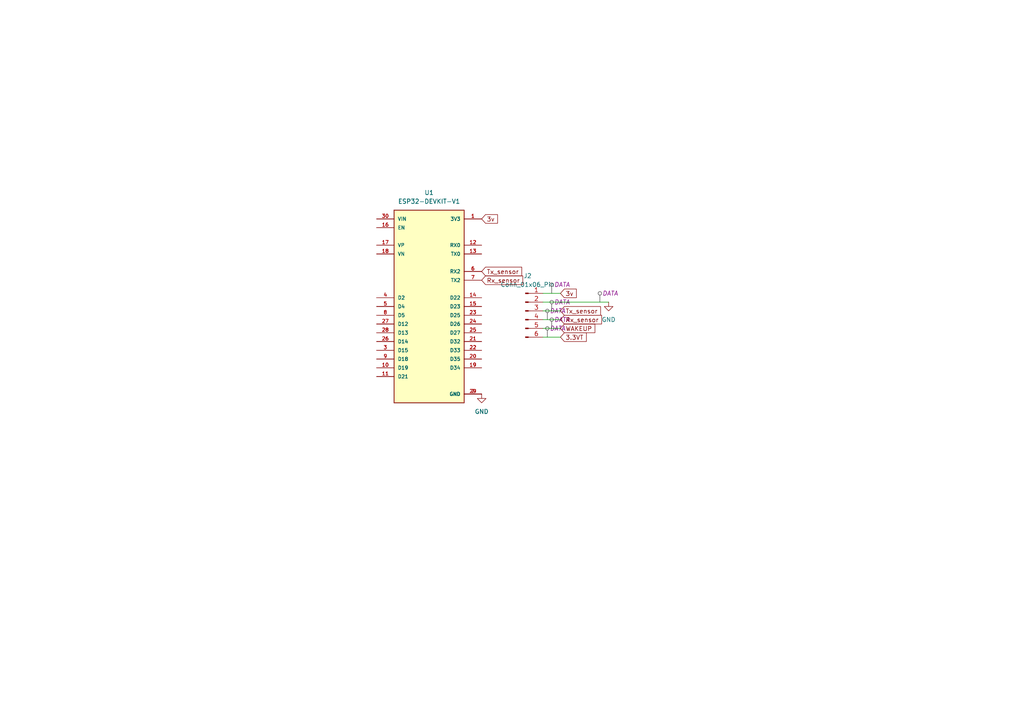
<source format=kicad_sch>
(kicad_sch (version 20231120) (generator "eeschema") (generator_version "8.0")
  (paper "A4")
  (lib_symbols
    (symbol "Connector:Conn_01x06_Pin" (pin_names (offset 1.016) hide)
      (property "Reference" "J" (at 0 7.62 0))
      (property "Value" "Conn_01x06_Pin" (at 0 -10.16 0))
      (symbol "Conn_01x06_Pin_1_1"
        (polyline (pts (xy 1.27 -7.62) (xy 0.8636 -7.62)) (stroke (width 0.1524)))
        (polyline (pts (xy 1.27 -5.08) (xy 0.8636 -5.08)) (stroke (width 0.1524)))
        (polyline (pts (xy 1.27 -2.54) (xy 0.8636 -2.54)) (stroke (width 0.1524)))
        (polyline (pts (xy 1.27 0) (xy 0.8636 0)) (stroke (width 0.1524)))
        (polyline (pts (xy 1.27 2.54) (xy 0.8636 2.54)) (stroke (width 0.1524)))
        (polyline (pts (xy 1.27 5.08) (xy 0.8636 5.08)) (stroke (width 0.1524)))
        (rectangle (start 0.8636 -7.493) (end 0 -7.747) (stroke (width 0.1524)) (fill (type outline)))
        (rectangle (start 0.8636 -4.953) (end 0 -5.207) (stroke (width 0.1524)) (fill (type outline)))
        (rectangle (start 0.8636 -2.413) (end 0 -2.667) (stroke (width 0.1524)) (fill (type outline)))
        (rectangle (start 0.8636 0.127) (end 0 -0.127) (stroke (width 0.1524)) (fill (type outline)))
        (rectangle (start 0.8636 2.667) (end 0 2.413) (stroke (width 0.1524)) (fill (type outline)))
        (rectangle (start 0.8636 5.207) (end 0 4.953) (stroke (width 0.1524)) (fill (type outline)))
        (pin passive line (at 5.08 5.08 180) (length 3.81) (name "Pin_1") (number "1"))
        (pin passive line (at 5.08 2.54 180) (length 3.81) (name "Pin_2") (number "2"))
        (pin passive line (at 5.08 0 180) (length 3.81) (name "Pin_3") (number "3"))
        (pin passive line (at 5.08 -2.54 180) (length 3.81) (name "Pin_4") (number "4"))
        (pin passive line (at 5.08 -5.08 180) (length 3.81) (name "Pin_5") (number "5"))
        (pin passive line (at 5.08 -7.62 180) (length 3.81) (name "Pin_6") (number "6"))
      )
    )
    (symbol "ESP32-DEVKIT-V1:ESP32-DEVKIT-V1" (pin_names (offset 1.016))
      (property "Reference" "U" (at -10.16 30.48 0))
      (property "Value" "ESP32-DEVKIT-V1" (at -10.16 -30.48 0))
      (symbol "ESP32-DEVKIT-V1_0_0"
        (rectangle (start -10.16 -27.94) (end 10.16 27.94) (stroke (width 0.254)) (fill (type background)))
        (pin output line (at 15.24 25.4 180) (length 5.08) (name "3V3") (number "1"))
        (pin bidirectional line (at -15.24 -17.78 0) (length 5.08) (name "D19") (number "10"))
        (pin bidirectional line (at -15.24 -20.32 0) (length 5.08) (name "D21") (number "11"))
        (pin input line (at 15.24 17.78 180) (length 5.08) (name "RX0") (number "12"))
        (pin output line (at 15.24 15.24 180) (length 5.08) (name "TX0") (number "13"))
        (pin bidirectional line (at 15.24 2.54 180) (length 5.08) (name "D22") (number "14"))
        (pin bidirectional line (at 15.24 0 180) (length 5.08) (name "D23") (number "15"))
        (pin input line (at -15.24 22.86 0) (length 5.08) (name "EN") (number "16"))
        (pin bidirectional line (at -15.24 17.78 0) (length 5.08) (name "VP") (number "17"))
        (pin bidirectional line (at -15.24 15.24 0) (length 5.08) (name "VN") (number "18"))
        (pin bidirectional line (at 15.24 -17.78 180) (length 5.08) (name "D34") (number "19"))
        (pin power_in line (at 15.24 -25.4 180) (length 5.08) (name "GND") (number "2"))
        (pin bidirectional line (at 15.24 -15.24 180) (length 5.08) (name "D35") (number "20"))
        (pin bidirectional line (at 15.24 -10.16 180) (length 5.08) (name "D32") (number "21"))
        (pin bidirectional line (at 15.24 -12.7 180) (length 5.08) (name "D33") (number "22"))
        (pin bidirectional line (at 15.24 -2.54 180) (length 5.08) (name "D25") (number "23"))
        (pin bidirectional line (at 15.24 -5.08 180) (length 5.08) (name "D26") (number "24"))
        (pin bidirectional line (at 15.24 -7.62 180) (length 5.08) (name "D27") (number "25"))
        (pin bidirectional line (at -15.24 -10.16 0) (length 5.08) (name "D14") (number "26"))
        (pin bidirectional line (at -15.24 -5.08 0) (length 5.08) (name "D12") (number "27"))
        (pin bidirectional line (at -15.24 -7.62 0) (length 5.08) (name "D13") (number "28"))
        (pin power_in line (at 15.24 -25.4 180) (length 5.08) (name "GND") (number "29"))
        (pin bidirectional line (at -15.24 -12.7 0) (length 5.08) (name "D15") (number "3"))
        (pin input line (at -15.24 25.4 0) (length 5.08) (name "VIN") (number "30"))
        (pin bidirectional line (at -15.24 2.54 0) (length 5.08) (name "D2") (number "4"))
        (pin bidirectional line (at -15.24 0 0) (length 5.08) (name "D4") (number "5"))
        (pin input line (at 15.24 10.16 180) (length 5.08) (name "RX2") (number "6"))
        (pin output line (at 15.24 7.62 180) (length 5.08) (name "TX2") (number "7"))
        (pin bidirectional line (at -15.24 -2.54 0) (length 5.08) (name "D5") (number "8"))
        (pin bidirectional line (at -15.24 -15.24 0) (length 5.08) (name "D18") (number "9"))
      )
    )
    (symbol "power:GND" (power) (pin_numbers hide) (pin_names (offset 0) hide)
      (property "Value" "GND" (at 0 -3.81 0))
      (symbol "GND_0_1"
        (polyline (pts (xy 0 0) (xy 0 -1.27) (xy 1.27 -1.27) (xy 0 -2.54) (xy -1.27 -1.27) (xy 0 -1.27)))
      )
      (symbol "GND_1_1"
        (pin power_in line (at 0 0 270) (length 0) (name "~") (number "1"))
      )
    )
  )
  (wire (pts (xy 157.48 95.25) (xy 162.56 95.25)))
  (wire (pts (xy 157.48 92.71) (xy 162.56 92.71)))
  (wire (pts (xy 157.48 97.79) (xy 162.56 97.79)))
  (wire (pts (xy 157.48 90.17) (xy 162.56 90.17)))
  (wire (pts (xy 162.56 85.09) (xy 157.48 85.09)))
  (wire (pts (xy 157.48 87.63) (xy 176.53 87.63)))
  (global_label "3v" (shape input) (at 139.7 63.5 0) (property "Intersheetrefs" "${INTERSHEET_REFS}" (effects (hide yes))))
  (global_label "3.3VT" (shape input) (at 162.56 97.79 0) (property "Intersheetrefs" "${INTERSHEET_REFS}" (effects (hide yes))))
  (global_label "Tx_sensor" (shape input) (at 162.56 90.17 0) (property "Intersheetrefs" "${INTERSHEET_REFS}" (effects (hide yes))))
  (global_label "Tx_sensor" (shape input) (at 139.7 78.74 0) (property "Intersheetrefs" "${INTERSHEET_REFS}" (effects (hide yes))))
  (global_label "3v" (shape input) (at 162.56 85.09 0) (property "Intersheetrefs" "${INTERSHEET_REFS}" (effects (hide yes))))
  (global_label "Rx_sensor" (shape input) (at 139.7 81.28 0) (property "Intersheetrefs" "${INTERSHEET_REFS}" (effects (hide yes))))
  (global_label "Rx_sensor" (shape input) (at 162.56 92.71 0) (property "Intersheetrefs" "${INTERSHEET_REFS}" (effects (hide yes))))
  (global_label "WAKEUP" (shape input) (at 162.56 95.25 0) (property "Intersheetrefs" "${INTERSHEET_REFS}" (effects (hide yes))))
  (netclass_flag "" (length 2.54) (shape round) (at 158.75 92.71 0) (property "Netclass" "DATA" (at 159.4485 90.17 0) (effects (font (italic yes)) (justify left))))
  (netclass_flag "" (length 2.54) (shape round) (at 160.02 90.17 0) (property "Netclass" "DATA" (at 160.7185 87.63 0) (effects (font (italic yes)) (justify left))))
  (netclass_flag "" (length 2.54) (shape round) (at 158.75 97.79 0) (property "Netclass" "DATA" (at 159.4485 95.25 0) (effects (font (italic yes)) (justify left))))
  (netclass_flag "" (length 2.54) (shape round) (at 173.99 87.63 0) (property "Netclass" "DATA" (at 174.6885 85.09 0) (effects (font (italic yes)) (justify left))))
  (netclass_flag "" (length 2.54) (shape round) (at 160.02 95.25 0) (property "Netclass" "DATA" (at 160.7185 92.71 0) (effects (font (italic yes)) (justify left))))
  (netclass_flag "" (length 2.54) (shape round) (at 160.02 85.09 0) (property "Netclass" "DATA" (at 160.7185 82.55 0) (effects (font (italic yes)) (justify left))))
  (symbol (lib_id "power:GND") (at 139.7 114.3 0) (unit 1)
    (property "Reference" "#PWR02" (effects (hide yes)))
    (property "Value" "GND" (at 139.7 119.38 0))
    (property "Description" "Power symbol creates a global label with name \"GND\" , ground" (effects (hide yes)))
  )
  (symbol (lib_id "Connector:Conn_01x06_Pin") (at 152.4 90.17 0) (unit 1)
    (property "Reference" "J2" (at 153.035 80.01 0))
    (property "Value" "Conn_01x06_Pin" (at 153.035 82.55 0))
    (property "Footprint" "Connector_Molex:Molex_KK-254_AE-6410-06A_1x06_P2.54mm_Vertical" (effects (hide yes)))
    (property "Description" "Generic connector, single row, 01x06, script generated" (effects (hide yes)))
  )
  (symbol (lib_id "ESP32-DEVKIT-V1:ESP32-DEVKIT-V1") (at 124.46 88.9 0) (unit 1)
    (property "Reference" "U1" (at 124.46 55.88 0))
    (property "Value" "ESP32-DEVKIT-V1" (at 124.46 58.42 0))
    (property "Footprint" "ESP32-DEVKIT-V1:MODULE_ESP32_DEVKIT_V1" (effects (hide yes)))
    (property "MF" "Do it" (effects (hide yes)))
    (property "MAXIMUM_PACKAGE_HEIGHT" "6.8 mm" (effects (hide yes)))
    (property "Package" "None" (effects (hide yes)))
    (property "Price" "None" (effects (hide yes)))
    (property "Check_prices" "https://www.snapeda.com/parts/ESP32-DEVKIT-V1/Do+it/view-part/?ref=eda" (effects (hide yes)))
    (property "STANDARD" "Manufacturer Recommendations" (effects (hide yes)))
    (property "PARTREV" "N/A" (effects (hide yes)))
    (property "SnapEDA_Link" "https://www.snapeda.com/parts/ESP32-DEVKIT-V1/Do+it/view-part/?ref=snap" (effects (hide yes)))
    (property "MP" "ESP32-DEVKIT-V1" (effects (hide yes)))
    (property "Description_1" "\nDual core, Wi-Fi: 2.4 GHz up to 150 Mbits/s,BLE (Bluetooth Low Energy) and legacy Bluetooth, 32 bits, Up to 240 MHz\n" (effects (hide yes)))
    (property "Availability" "Not in stock" (effects (hide yes)))
    (property "MANUFACTURER" "DOIT" (effects (hide yes)))
  )
  (symbol (lib_id "power:GND") (at 176.53 87.63 0) (unit 1)
    (property "Reference" "#PWR01" (effects (hide yes)))
    (property "Value" "GND" (at 176.53 92.71 0))
    (property "Description" "Power symbol creates a global label with name \"GND\" , ground" (effects (hide yes)))
  )
)
</source>
